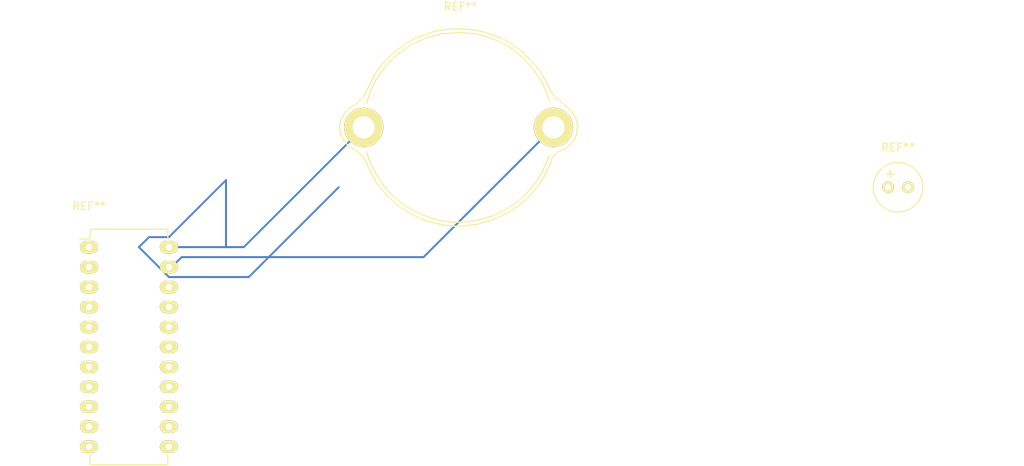
<source format=kicad_pcb>
(kicad_pcb (version 4) (host pcbnew "(2015-07-01 BZR 5850, Git 51c0ae3)-product")

  (general
    (links 0)
    (no_connects 0)
    (area 117.615713 101.618 165.594287 134.071)
    (thickness 1.6)
    (drawings 0)
    (tracks 15)
    (zones 0)
    (modules 3)
    (nets 1)
  )

  (page A4)
  (layers
    (0 F.Cu signal)
    (31 B.Cu signal)
    (32 B.Adhes user)
    (33 F.Adhes user)
    (34 B.Paste user)
    (35 F.Paste user)
    (36 B.SilkS user)
    (37 F.SilkS user)
    (38 B.Mask user)
    (39 F.Mask user)
    (40 Dwgs.User user)
    (41 Cmts.User user)
    (42 Eco1.User user)
    (43 Eco2.User user)
    (44 Edge.Cuts user)
    (45 Margin user)
    (46 B.CrtYd user)
    (47 F.CrtYd user)
    (48 B.Fab user)
    (49 F.Fab user)
  )

  (setup
    (last_trace_width 0.25)
    (trace_clearance 0.2)
    (zone_clearance 0.508)
    (zone_45_only no)
    (trace_min 0.2)
    (segment_width 0.2)
    (edge_width 0.1)
    (via_size 0.6)
    (via_drill 0.4)
    (via_min_size 0.4)
    (via_min_drill 0.3)
    (uvia_size 0.3)
    (uvia_drill 0.1)
    (uvias_allowed no)
    (uvia_min_size 0.2)
    (uvia_min_drill 0.1)
    (pcb_text_width 0.3)
    (pcb_text_size 1.5 1.5)
    (mod_edge_width 0.15)
    (mod_text_size 1 1)
    (mod_text_width 0.15)
    (pad_size 1.5 1.5)
    (pad_drill 0.6)
    (pad_to_mask_clearance 0)
    (aux_axis_origin 0 0)
    (visible_elements 7FFFFFFF)
    (pcbplotparams
      (layerselection 0x00030_80000001)
      (usegerberextensions false)
      (excludeedgelayer true)
      (linewidth 0.100000)
      (plotframeref false)
      (viasonmask false)
      (mode 1)
      (useauxorigin false)
      (hpglpennumber 1)
      (hpglpenspeed 20)
      (hpglpendiameter 15)
      (hpglpenoverlay 2)
      (psnegative false)
      (psa4output false)
      (plotreference true)
      (plotvalue true)
      (plotinvisibletext false)
      (padsonsilk false)
      (subtractmaskfromsilk false)
      (outputformat 1)
      (mirror false)
      (drillshape 1)
      (scaleselection 1)
      (outputdirectory ""))
  )

  (net 0 "")

  (net_class Default "This is the default net class."
    (clearance 0.2)
    (trace_width 0.25)
    (via_dia 0.6)
    (via_drill 0.4)
    (uvia_dia 0.3)
    (uvia_drill 0.1)
  )

  (module Choke_Radial_ThroughHole:Choke_Radial_27mm_2,8mm-Drills_CD_Bobin_Type_No1410311 (layer F.Cu) (tedit 0) (tstamp 5594FB7F)
    (at 139.7 118.11)
    (descr "Choke, Radial, Bobin Type, Diameter, 27mm, 2.8mm Drill, C&D, No.1410311, 22uH, 11A,")
    (tags "Choke, Radial, Bobin Type, Diameter, 27mm, 2.8mm Drill, C&D, No.1410311, 22uH, 11A,")
    (fp_text reference REF** (at 0.254 -15.367) (layer F.SilkS)
      (effects (font (size 1 1) (thickness 0.15)))
    )
    (fp_text value Choke_Radial_27mm_2,8mm-Drills_CD_Bobin_Type_No1410311 (at 1.905 14.986) (layer F.Fab)
      (effects (font (size 1 1) (thickness 0.15)))
    )
    (fp_line (start -11.684 -3.048) (end -11.43 -3.937) (layer F.SilkS) (width 0.15))
    (fp_line (start -11.43 -3.937) (end -11.049 -4.953) (layer F.SilkS) (width 0.15))
    (fp_line (start -11.049 -4.953) (end -10.541 -5.969) (layer F.SilkS) (width 0.15))
    (fp_line (start -10.541 -5.969) (end -9.779 -7.112) (layer F.SilkS) (width 0.15))
    (fp_line (start -9.779 -7.112) (end -8.763 -8.382) (layer F.SilkS) (width 0.15))
    (fp_line (start -8.763 -8.382) (end -7.62 -9.398) (layer F.SilkS) (width 0.15))
    (fp_line (start -7.62 -9.398) (end -6.223 -10.414) (layer F.SilkS) (width 0.15))
    (fp_line (start -6.223 -10.414) (end -4.064 -11.43) (layer F.SilkS) (width 0.15))
    (fp_line (start -4.064 -11.43) (end -2.032 -11.938) (layer F.SilkS) (width 0.15))
    (fp_line (start -2.032 -11.938) (end 0 -12.065) (layer F.SilkS) (width 0.15))
    (fp_line (start 0 -12.065) (end 2.032 -11.938) (layer F.SilkS) (width 0.15))
    (fp_line (start 2.032 -11.938) (end 3.556 -11.557) (layer F.SilkS) (width 0.15))
    (fp_line (start 3.556 -11.557) (end 5.207 -10.922) (layer F.SilkS) (width 0.15))
    (fp_line (start 5.207 -10.922) (end 6.985 -9.906) (layer F.SilkS) (width 0.15))
    (fp_line (start 6.985 -9.906) (end 8.509 -8.509) (layer F.SilkS) (width 0.15))
    (fp_line (start 8.509 -8.509) (end 9.525 -7.366) (layer F.SilkS) (width 0.15))
    (fp_line (start 9.525 -7.366) (end 10.287 -6.223) (layer F.SilkS) (width 0.15))
    (fp_line (start 10.287 -6.223) (end 11.049 -4.826) (layer F.SilkS) (width 0.15))
    (fp_line (start 11.049 -4.826) (end 11.557 -3.429) (layer F.SilkS) (width 0.15))
    (fp_line (start 11.557 3.556) (end 11.176 4.445) (layer F.SilkS) (width 0.15))
    (fp_line (start 11.176 4.445) (end 10.668 5.588) (layer F.SilkS) (width 0.15))
    (fp_line (start 10.668 5.588) (end 10.16 6.477) (layer F.SilkS) (width 0.15))
    (fp_line (start 10.16 6.477) (end 9.144 7.874) (layer F.SilkS) (width 0.15))
    (fp_line (start 9.144 7.874) (end 8.128 8.89) (layer F.SilkS) (width 0.15))
    (fp_line (start 8.128 8.89) (end 6.858 9.906) (layer F.SilkS) (width 0.15))
    (fp_line (start 6.858 9.906) (end 5.588 10.668) (layer F.SilkS) (width 0.15))
    (fp_line (start 5.588 10.668) (end 4.191 11.303) (layer F.SilkS) (width 0.15))
    (fp_line (start 4.191 11.303) (end 2.413 11.811) (layer F.SilkS) (width 0.15))
    (fp_line (start 2.413 11.811) (end 0.635 12.065) (layer F.SilkS) (width 0.15))
    (fp_line (start 0.635 12.065) (end -0.889 12.065) (layer F.SilkS) (width 0.15))
    (fp_line (start -0.889 12.065) (end -2.54 11.811) (layer F.SilkS) (width 0.15))
    (fp_line (start -2.54 11.811) (end -4.191 11.303) (layer F.SilkS) (width 0.15))
    (fp_line (start -4.191 11.303) (end -5.588 10.668) (layer F.SilkS) (width 0.15))
    (fp_line (start -5.588 10.668) (end -6.731 10.033) (layer F.SilkS) (width 0.15))
    (fp_line (start -6.731 10.033) (end -8.001 9.017) (layer F.SilkS) (width 0.15))
    (fp_line (start -8.001 9.017) (end -9.271 7.747) (layer F.SilkS) (width 0.15))
    (fp_line (start -9.271 7.747) (end -10.16 6.477) (layer F.SilkS) (width 0.15))
    (fp_line (start -10.16 6.477) (end -10.795 5.334) (layer F.SilkS) (width 0.15))
    (fp_line (start -10.795 5.334) (end -11.43 3.937) (layer F.SilkS) (width 0.15))
    (fp_line (start -11.43 3.937) (end -11.684 3.048) (layer F.SilkS) (width 0.15))
    (fp_line (start 15.113 0) (end 14.986 0.889) (layer F.SilkS) (width 0.15))
    (fp_line (start 14.986 0.889) (end 14.732 1.524) (layer F.SilkS) (width 0.15))
    (fp_line (start 14.732 1.524) (end 14.224 2.159) (layer F.SilkS) (width 0.15))
    (fp_line (start 14.224 2.159) (end 13.589 2.667) (layer F.SilkS) (width 0.15))
    (fp_line (start 13.589 2.667) (end 12.573 3.175) (layer F.SilkS) (width 0.15))
    (fp_line (start 12.573 3.175) (end 11.938 3.81) (layer F.SilkS) (width 0.15))
    (fp_line (start 11.938 3.81) (end 11.557 4.826) (layer F.SilkS) (width 0.15))
    (fp_line (start 11.557 4.826) (end 10.922 6.223) (layer F.SilkS) (width 0.15))
    (fp_line (start 10.922 6.223) (end 10.16 7.366) (layer F.SilkS) (width 0.15))
    (fp_line (start 10.16 7.366) (end 9.017 8.763) (layer F.SilkS) (width 0.15))
    (fp_line (start 9.017 8.763) (end 7.747 9.906) (layer F.SilkS) (width 0.15))
    (fp_line (start 7.747 9.906) (end 6.223 10.922) (layer F.SilkS) (width 0.15))
    (fp_line (start 6.223 10.922) (end 4.191 11.811) (layer F.SilkS) (width 0.15))
    (fp_line (start 4.191 11.811) (end 2.413 12.319) (layer F.SilkS) (width 0.15))
    (fp_line (start 2.413 12.319) (end 1.524 12.446) (layer F.SilkS) (width 0.15))
    (fp_line (start 1.524 12.446) (end 0.254 12.573) (layer F.SilkS) (width 0.15))
    (fp_line (start 0.254 12.573) (end -0.762 12.573) (layer F.SilkS) (width 0.15))
    (fp_line (start -0.762 12.573) (end -1.905 12.446) (layer F.SilkS) (width 0.15))
    (fp_line (start -1.905 12.446) (end -3.429 12.065) (layer F.SilkS) (width 0.15))
    (fp_line (start -3.429 12.065) (end -4.699 11.684) (layer F.SilkS) (width 0.15))
    (fp_line (start -4.699 11.684) (end -6.223 10.922) (layer F.SilkS) (width 0.15))
    (fp_line (start -6.223 10.922) (end -7.62 10.033) (layer F.SilkS) (width 0.15))
    (fp_line (start -7.62 10.033) (end -9.017 8.763) (layer F.SilkS) (width 0.15))
    (fp_line (start -9.017 8.763) (end -10.414 7.112) (layer F.SilkS) (width 0.15))
    (fp_line (start -10.414 7.112) (end -11.176 5.715) (layer F.SilkS) (width 0.15))
    (fp_line (start -11.176 5.715) (end -11.938 4.064) (layer F.SilkS) (width 0.15))
    (fp_line (start -11.938 4.064) (end -12.446 3.429) (layer F.SilkS) (width 0.15))
    (fp_line (start -12.446 3.429) (end -13.208 2.794) (layer F.SilkS) (width 0.15))
    (fp_line (start -13.208 2.794) (end -13.97 2.413) (layer F.SilkS) (width 0.15))
    (fp_line (start -13.97 2.413) (end -14.605 1.651) (layer F.SilkS) (width 0.15))
    (fp_line (start -14.605 1.651) (end -14.986 0.889) (layer F.SilkS) (width 0.15))
    (fp_line (start -14.986 0.889) (end -15.113 -0.127) (layer F.SilkS) (width 0.15))
    (fp_line (start -15.113 -0.127) (end -14.986 -0.889) (layer F.SilkS) (width 0.15))
    (fp_line (start -14.986 -0.889) (end -14.605 -1.651) (layer F.SilkS) (width 0.15))
    (fp_line (start -14.605 -1.651) (end -14.224 -2.159) (layer F.SilkS) (width 0.15))
    (fp_line (start -14.224 -2.159) (end -13.589 -2.667) (layer F.SilkS) (width 0.15))
    (fp_line (start -13.589 -2.667) (end -12.954 -3.048) (layer F.SilkS) (width 0.15))
    (fp_line (start -12.954 -3.048) (end -12.319 -3.683) (layer F.SilkS) (width 0.15))
    (fp_line (start -12.319 -3.683) (end -11.811 -4.318) (layer F.SilkS) (width 0.15))
    (fp_line (start -11.811 -4.318) (end -11.43 -5.207) (layer F.SilkS) (width 0.15))
    (fp_line (start -11.43 -5.207) (end -10.668 -6.731) (layer F.SilkS) (width 0.15))
    (fp_line (start -10.668 -6.731) (end -9.652 -8.128) (layer F.SilkS) (width 0.15))
    (fp_line (start -9.652 -8.128) (end -8.382 -9.398) (layer F.SilkS) (width 0.15))
    (fp_line (start -8.382 -9.398) (end -6.731 -10.668) (layer F.SilkS) (width 0.15))
    (fp_line (start -6.731 -10.668) (end -5.334 -11.43) (layer F.SilkS) (width 0.15))
    (fp_line (start -5.334 -11.43) (end -3.175 -12.192) (layer F.SilkS) (width 0.15))
    (fp_line (start -3.175 -12.192) (end -1.778 -12.446) (layer F.SilkS) (width 0.15))
    (fp_line (start -1.778 -12.446) (end -0.127 -12.573) (layer F.SilkS) (width 0.15))
    (fp_line (start -0.127 -12.573) (end 1.651 -12.446) (layer F.SilkS) (width 0.15))
    (fp_line (start 1.651 -12.446) (end 3.048 -12.192) (layer F.SilkS) (width 0.15))
    (fp_line (start 3.048 -12.192) (end 4.572 -11.684) (layer F.SilkS) (width 0.15))
    (fp_line (start 4.572 -11.684) (end 5.588 -11.303) (layer F.SilkS) (width 0.15))
    (fp_line (start 5.588 -11.303) (end 6.858 -10.541) (layer F.SilkS) (width 0.15))
    (fp_line (start 6.858 -10.541) (end 8.382 -9.398) (layer F.SilkS) (width 0.15))
    (fp_line (start 8.382 -9.398) (end 9.652 -8.001) (layer F.SilkS) (width 0.15))
    (fp_line (start 9.652 -8.001) (end 10.287 -7.239) (layer F.SilkS) (width 0.15))
    (fp_line (start 10.287 -7.239) (end 11.049 -5.969) (layer F.SilkS) (width 0.15))
    (fp_line (start 11.049 -5.969) (end 11.684 -4.699) (layer F.SilkS) (width 0.15))
    (fp_line (start 11.684 -4.699) (end 12.192 -3.937) (layer F.SilkS) (width 0.15))
    (fp_line (start 12.192 -3.937) (end 12.827 -3.429) (layer F.SilkS) (width 0.15))
    (fp_line (start 12.827 -3.429) (end 13.843 -2.54) (layer F.SilkS) (width 0.15))
    (fp_line (start 13.843 -2.54) (end 14.351 -2.032) (layer F.SilkS) (width 0.15))
    (fp_line (start 14.351 -2.032) (end 14.859 -1.27) (layer F.SilkS) (width 0.15))
    (fp_line (start 14.859 -1.27) (end 15.113 -0.508) (layer F.SilkS) (width 0.15))
    (fp_line (start 15.113 -0.508) (end 15.113 0) (layer F.SilkS) (width 0.15))
    (pad 1 thru_hole circle (at 12.065 0) (size 5.00126 5.00126) (drill 2.79908) (layers *.Cu *.Mask F.SilkS))
    (pad 2 thru_hole circle (at -12.065 0) (size 5.00126 5.00126) (drill 2.79908) (layers *.Cu *.Mask F.SilkS))
  )

  (module Capacitors_Elko_ThroughHole:Elko_vert_11.2x6.3mm_RM2.5_CopperClear (layer F.Cu) (tedit 5454A12B) (tstamp 55950191)
    (at 194.31 125.73)
    (descr "Electrolytic Capacitor, vertical, diameter 6,3mm, RM 2,5mm, CopperClear, radial,")
    (tags "Electrolytic Capacitor, vertical, diameter 6,3mm, RM 2,5mm, Elko, Electrolytkondensator, Kondensator gepolt, Durchmesser 6,3mm, CopperClear, radial,")
    (fp_text reference REF** (at 1.27 -5.08) (layer F.SilkS)
      (effects (font (size 1 1) (thickness 0.15)))
    )
    (fp_text value Elko_vert_11.2x6.3mm_RM2.5_CopperClear (at 1.27 5.08) (layer F.Fab)
      (effects (font (size 1 1) (thickness 0.15)))
    )
    (fp_line (start 0.26924 -1.69926) (end 0.76962 -1.69926) (layer F.SilkS) (width 0.15))
    (fp_line (start 0.26924 -1.69926) (end 0.26924 -2.19964) (layer F.SilkS) (width 0.15))
    (fp_line (start -0.23114 -1.69926) (end 0.26924 -1.69926) (layer F.SilkS) (width 0.15))
    (fp_line (start 0.26924 -1.69926) (end 0.26924 -1.30048) (layer F.SilkS) (width 0.15))
    (fp_line (start 0.26924 -1.30048) (end 0.26924 -1.19888) (layer F.SilkS) (width 0.15))
    (fp_circle (center 1.27 0) (end 4.4196 0) (layer F.SilkS) (width 0.15))
    (pad 2 thru_hole circle (at 2.54 0) (size 1.50114 1.50114) (drill 0.8001) (layers *.Cu *.Mask F.SilkS))
    (pad 1 thru_hole circle (at 0 0) (size 1.50114 1.50114) (drill 0.8001) (layers *.Cu *.Mask F.SilkS))
    (model Capacitors_Elko_ThroughHole.3dshapes/Elko_vert_11.2x6.3mm_RM2.5_CopperClear.wrl
      (at (xyz 0 0 0))
      (scale (xyz 1 1 1))
      (rotate (xyz 0 0 0))
    )
  )

  (module Housings_DIP:DIP-22_W10.16mm_LongPads (layer F.Cu) (tedit 54130A77) (tstamp 5595019D)
    (at 92.71 133.35)
    (descr "22-lead dip package, row spacing 10.16 mm (400 mils), longer pads")
    (tags "dil dip 2.54 400")
    (fp_text reference REF** (at 0 -5.22) (layer F.SilkS)
      (effects (font (size 1 1) (thickness 0.15)))
    )
    (fp_text value DIP-22_W10.16mm_LongPads (at 0 -3.72) (layer F.Fab)
      (effects (font (size 1 1) (thickness 0.15)))
    )
    (fp_line (start -1.4 -2.45) (end -1.4 27.85) (layer F.CrtYd) (width 0.05))
    (fp_line (start 11.55 -2.45) (end 11.55 27.85) (layer F.CrtYd) (width 0.05))
    (fp_line (start -1.4 -2.45) (end 11.55 -2.45) (layer F.CrtYd) (width 0.05))
    (fp_line (start -1.4 27.85) (end 11.55 27.85) (layer F.CrtYd) (width 0.05))
    (fp_line (start 0.135 -2.295) (end 0.135 -1.025) (layer F.SilkS) (width 0.15))
    (fp_line (start 10.025 -2.295) (end 10.025 -1.025) (layer F.SilkS) (width 0.15))
    (fp_line (start 10.025 27.695) (end 10.025 26.425) (layer F.SilkS) (width 0.15))
    (fp_line (start 0.135 27.695) (end 0.135 26.425) (layer F.SilkS) (width 0.15))
    (fp_line (start 0.135 -2.295) (end 10.025 -2.295) (layer F.SilkS) (width 0.15))
    (fp_line (start 0.135 27.695) (end 10.025 27.695) (layer F.SilkS) (width 0.15))
    (fp_line (start 0.135 -1.025) (end -1.15 -1.025) (layer F.SilkS) (width 0.15))
    (pad 1 thru_hole oval (at 0 0) (size 2.3 1.6) (drill 0.8) (layers *.Cu *.Mask F.SilkS))
    (pad 2 thru_hole oval (at 0 2.54) (size 2.3 1.6) (drill 0.8) (layers *.Cu *.Mask F.SilkS))
    (pad 3 thru_hole oval (at 0 5.08) (size 2.3 1.6) (drill 0.8) (layers *.Cu *.Mask F.SilkS))
    (pad 4 thru_hole oval (at 0 7.62) (size 2.3 1.6) (drill 0.8) (layers *.Cu *.Mask F.SilkS))
    (pad 5 thru_hole oval (at 0 10.16) (size 2.3 1.6) (drill 0.8) (layers *.Cu *.Mask F.SilkS))
    (pad 6 thru_hole oval (at 0 12.7) (size 2.3 1.6) (drill 0.8) (layers *.Cu *.Mask F.SilkS))
    (pad 7 thru_hole oval (at 0 15.24) (size 2.3 1.6) (drill 0.8) (layers *.Cu *.Mask F.SilkS))
    (pad 8 thru_hole oval (at 0 17.78) (size 2.3 1.6) (drill 0.8) (layers *.Cu *.Mask F.SilkS))
    (pad 9 thru_hole oval (at 0 20.32) (size 2.3 1.6) (drill 0.8) (layers *.Cu *.Mask F.SilkS))
    (pad 10 thru_hole oval (at 0 22.86) (size 2.3 1.6) (drill 0.8) (layers *.Cu *.Mask F.SilkS))
    (pad 11 thru_hole oval (at 0 25.4) (size 2.3 1.6) (drill 0.8) (layers *.Cu *.Mask F.SilkS))
    (pad 12 thru_hole oval (at 10.16 25.4) (size 2.3 1.6) (drill 0.8) (layers *.Cu *.Mask F.SilkS))
    (pad 13 thru_hole oval (at 10.16 22.86) (size 2.3 1.6) (drill 0.8) (layers *.Cu *.Mask F.SilkS))
    (pad 14 thru_hole oval (at 10.16 20.32) (size 2.3 1.6) (drill 0.8) (layers *.Cu *.Mask F.SilkS))
    (pad 15 thru_hole oval (at 10.16 17.78) (size 2.3 1.6) (drill 0.8) (layers *.Cu *.Mask F.SilkS))
    (pad 16 thru_hole oval (at 10.16 15.24) (size 2.3 1.6) (drill 0.8) (layers *.Cu *.Mask F.SilkS))
    (pad 17 thru_hole oval (at 10.16 12.7) (size 2.3 1.6) (drill 0.8) (layers *.Cu *.Mask F.SilkS))
    (pad 18 thru_hole oval (at 10.16 10.16) (size 2.3 1.6) (drill 0.8) (layers *.Cu *.Mask F.SilkS))
    (pad 19 thru_hole oval (at 10.16 7.62) (size 2.3 1.6) (drill 0.8) (layers *.Cu *.Mask F.SilkS))
    (pad 20 thru_hole oval (at 10.16 5.08) (size 2.3 1.6) (drill 0.8) (layers *.Cu *.Mask F.SilkS))
    (pad 21 thru_hole oval (at 10.16 2.54) (size 2.3 1.6) (drill 0.8) (layers *.Cu *.Mask F.SilkS))
    (pad 22 thru_hole oval (at 10.16 0) (size 2.3 1.6) (drill 0.8) (layers *.Cu *.Mask F.SilkS))
    (model Housings_DIP.3dshapes/DIP-22_W10.16mm_LongPads.wrl
      (at (xyz 0 0 0))
      (scale (xyz 1 1 1))
      (rotate (xyz 0 0 0))
    )
  )

  (segment (start 113.03 137.16) (end 124.46 125.73) (width 0.25) (layer B.Cu) (net 0))
  (segment (start 99.06 133.35) (end 102.87 137.16) (width 0.25) (layer B.Cu) (net 0))
  (segment (start 102.87 137.16) (end 113.03 137.16) (width 0.25) (layer B.Cu) (net 0))
  (segment (start 100.33 132.08) (end 99.06 133.35) (width 0.25) (layer B.Cu) (net 0))
  (segment (start 106.68 128.27) (end 102.87 132.08) (width 0.25) (layer B.Cu) (net 0))
  (segment (start 102.87 132.08) (end 100.33 132.08) (width 0.25) (layer B.Cu) (net 0))
  (segment (start 110.13005 124.81995) (end 106.68 128.27) (width 0.25) (layer B.Cu) (net 0))
  (segment (start 110.13005 133.35) (end 112.395 133.35) (width 0.25) (layer B.Cu) (net 0))
  (segment (start 102.87 133.35) (end 110.13005 133.35) (width 0.25) (layer B.Cu) (net 0))
  (segment (start 110.13005 133.35) (end 110.13005 124.81995) (width 0.25) (layer B.Cu) (net 0))
  (segment (start 104.49 134.62) (end 135.255 134.62) (width 0.25) (layer B.Cu) (net 0))
  (segment (start 135.255 134.62) (end 151.765 118.11) (width 0.25) (layer B.Cu) (net 0))
  (segment (start 102.87 135.89) (end 103.22 135.89) (width 0.25) (layer B.Cu) (net 0))
  (segment (start 103.22 135.89) (end 104.49 134.62) (width 0.25) (layer B.Cu) (net 0))
  (segment (start 112.395 133.35) (end 127.635 118.11) (width 0.25) (layer B.Cu) (net 0))

)

</source>
